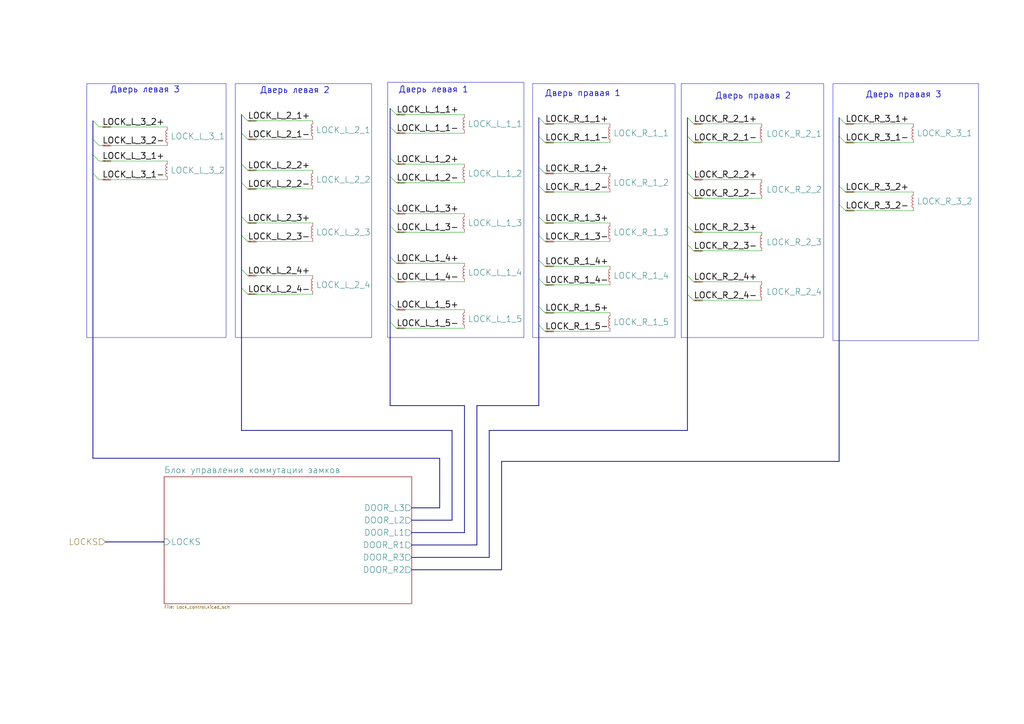
<source format=kicad_sch>
(kicad_sch (version 20231120) (generator "eeschema") (generator_version "8.0")
  (paper "A3")
  (lib_symbols
    (symbol "Device:L" (pin_numbers hide) (pin_names (offset 1.016) hide)
      (property "Reference" "L" (at -1.27 0 90))
      (property "Value" "L" (at 1.905 0 90))
      (symbol "L_0_1"
        (arc (start 0 -2.54) (mid 0.6323 -1.905) (end 0 -1.27))
        (arc (start 0 -1.27) (mid 0.6323 -0.635) (end 0 0))
        (arc (start 0 0) (mid 0.6323 0.635) (end 0 1.27))
        (arc (start 0 1.27) (mid 0.6323 1.905) (end 0 2.54))
      )
      (symbol "L_1_1"
        (pin passive line (at 0 3.81 270) (length 1.27) (name "1") (number "1"))
        (pin passive line (at 0 -3.81 90) (length 1.27) (name "2") (number "2"))
      )
    )
  )
  (bus_entry (at 220.98 88.9) (size 2.54 2.54))
  (bus_entry (at 99.06 96.52) (size 2.54 2.54))
  (bus_entry (at 160.02 132.08) (size 2.54 2.54))
  (bus_entry (at 281.94 120.65) (size 2.54 2.54))
  (bus_entry (at 344.17 83.82) (size 2.54 2.54))
  (bus_entry (at 220.98 114.3) (size 2.54 2.54))
  (bus_entry (at 160.02 72.39) (size 2.54 2.54))
  (bus_entry (at 220.98 133.35) (size 2.54 2.54))
  (bus_entry (at 38.1 49.53) (size 2.54 2.54))
  (bus_entry (at 281.94 71.12) (size 2.54 2.54))
  (bus_entry (at 160.02 113.03) (size 2.54 2.54))
  (bus_entry (at 281.94 100.33) (size 2.54 2.54))
  (bus_entry (at 281.94 113.03) (size 2.54 2.54))
  (bus_entry (at 160.02 64.77) (size 2.54 2.54))
  (bus_entry (at 281.94 92.71) (size 2.54 2.54))
  (bus_entry (at 160.02 52.07) (size 2.54 2.54))
  (bus_entry (at 99.06 110.49) (size 2.54 2.54))
  (bus_entry (at 281.94 55.88) (size 2.54 2.54))
  (bus_entry (at 281.94 48.26) (size 2.54 2.54))
  (bus_entry (at 220.98 106.68) (size 2.54 2.54))
  (bus_entry (at 160.02 105.41) (size 2.54 2.54))
  (bus_entry (at 99.06 67.31) (size 2.54 2.54))
  (bus_entry (at 160.02 44.45) (size 2.54 2.54))
  (bus_entry (at 344.17 48.26) (size 2.54 2.54))
  (bus_entry (at 38.1 71.12) (size 2.54 2.54))
  (bus_entry (at 220.98 68.58) (size 2.54 2.54))
  (bus_entry (at 220.98 125.73) (size 2.54 2.54))
  (bus_entry (at 220.98 55.88) (size 2.54 2.54))
  (bus_entry (at 281.94 78.74) (size 2.54 2.54))
  (bus_entry (at 99.06 54.61) (size 2.54 2.54))
  (bus_entry (at 99.06 118.11) (size 2.54 2.54))
  (bus_entry (at 220.98 76.2) (size 2.54 2.54))
  (bus_entry (at 38.1 57.15) (size 2.54 2.54))
  (bus_entry (at 344.17 55.88) (size 2.54 2.54))
  (bus_entry (at 160.02 85.09) (size 2.54 2.54))
  (bus_entry (at 99.06 74.93) (size 2.54 2.54))
  (bus_entry (at 344.17 76.2) (size 2.54 2.54))
  (bus_entry (at 220.98 96.52) (size 2.54 2.54))
  (bus_entry (at 220.98 48.26) (size 2.54 2.54))
  (bus_entry (at 99.06 88.9) (size 2.54 2.54))
  (bus_entry (at 38.1 63.5) (size 2.54 2.54))
  (bus_entry (at 99.06 46.99) (size 2.54 2.54))
  (bus_entry (at 160.02 124.46) (size 2.54 2.54))
  (bus_entry (at 160.02 92.71) (size 2.54 2.54))
  (wire (pts (xy 101.6 57.15) (xy 128.27 57.15)))
  (bus (pts (xy 344.17 76.2) (xy 344.17 83.82)))
  (wire (pts (xy 40.64 52.07) (xy 68.58 52.07)))
  (bus (pts (xy 190.5 218.44) (xy 190.5 166.37)))
  (bus (pts (xy 38.1 71.12) (xy 38.1 187.96)))
  (bus (pts (xy 220.98 76.2) (xy 220.98 88.9)))
  (bus (pts (xy 220.98 88.9) (xy 220.98 96.52)))
  (wire (pts (xy 162.56 107.95) (xy 190.5 107.95)))
  (wire (pts (xy 40.64 73.66) (xy 68.58 73.66)))
  (bus (pts (xy 200.66 228.6) (xy 200.66 176.53)))
  (bus (pts (xy 281.94 71.12) (xy 281.94 78.74)))
  (wire (pts (xy 284.48 58.42) (xy 312.42 58.42)))
  (bus (pts (xy 185.42 213.36) (xy 185.42 176.53)))
  (bus (pts (xy 99.06 67.31) (xy 99.06 74.93)))
  (wire (pts (xy 40.64 66.04) (xy 68.58 66.04)))
  (bus (pts (xy 99.06 88.9) (xy 99.06 96.52)))
  (wire (pts (xy 162.56 87.63) (xy 190.5 87.63)))
  (wire (pts (xy 162.56 134.62) (xy 190.5 134.62)))
  (wire (pts (xy 346.71 50.8) (xy 374.65 50.8)))
  (bus (pts (xy 160.02 85.09) (xy 160.02 92.71)))
  (wire (pts (xy 162.56 67.31) (xy 190.5 67.31)))
  (wire (pts (xy 162.56 115.57) (xy 190.5 115.57)))
  (wire (pts (xy 284.48 123.19) (xy 312.42 123.19)))
  (bus (pts (xy 220.98 125.73) (xy 220.98 133.35)))
  (wire (pts (xy 223.52 116.84) (xy 250.19 116.84)))
  (bus (pts (xy 195.58 223.52) (xy 195.58 166.37)))
  (wire (pts (xy 284.48 115.57) (xy 312.42 115.57)))
  (wire (pts (xy 101.6 113.03) (xy 128.27 113.03)))
  (bus (pts (xy 99.06 54.61) (xy 99.06 67.31)))
  (wire (pts (xy 162.56 54.61) (xy 190.5 54.61)))
  (bus (pts (xy 99.06 74.93) (xy 99.06 88.9)))
  (bus (pts (xy 160.02 44.45) (xy 160.02 52.07)))
  (bus (pts (xy 220.98 96.52) (xy 220.98 106.68)))
  (bus (pts (xy 344.17 83.82) (xy 344.17 189.23)))
  (bus (pts (xy 220.98 114.3) (xy 220.98 125.73)))
  (bus (pts (xy 160.02 92.71) (xy 160.02 105.41)))
  (wire (pts (xy 40.64 59.69) (xy 68.58 59.69)))
  (wire (pts (xy 162.56 74.93) (xy 190.5 74.93)))
  (wire (pts (xy 223.52 109.22) (xy 250.19 109.22)))
  (wire (pts (xy 162.56 95.25) (xy 190.5 95.25)))
  (bus (pts (xy 160.02 105.41) (xy 160.02 113.03)))
  (wire (pts (xy 223.52 99.06) (xy 250.19 99.06)))
  (bus (pts (xy 180.34 208.28) (xy 168.91 208.28)))
  (bus (pts (xy 160.02 64.77) (xy 160.02 72.39)))
  (bus (pts (xy 168.91 233.68) (xy 205.74 233.68)))
  (wire (pts (xy 101.6 91.44) (xy 128.27 91.44)))
  (wire (pts (xy 101.6 120.65) (xy 128.27 120.65)))
  (bus (pts (xy 344.17 55.88) (xy 344.17 76.2)))
  (bus (pts (xy 38.1 49.53) (xy 38.1 57.15)))
  (bus (pts (xy 190.5 166.37) (xy 160.02 166.37)))
  (bus (pts (xy 200.66 176.53) (xy 281.94 176.53)))
  (wire (pts (xy 223.52 91.44) (xy 250.19 91.44)))
  (bus (pts (xy 281.94 48.26) (xy 281.94 55.88)))
  (wire (pts (xy 223.52 78.74) (xy 250.19 78.74)))
  (bus (pts (xy 38.1 57.15) (xy 38.1 63.5)))
  (wire (pts (xy 101.6 69.85) (xy 128.27 69.85)))
  (wire (pts (xy 284.48 102.87) (xy 312.42 102.87)))
  (bus (pts (xy 43.18 222.25) (xy 67.31 222.25)))
  (wire (pts (xy 346.71 58.42) (xy 374.65 58.42)))
  (wire (pts (xy 162.56 46.99) (xy 190.5 46.99)))
  (wire (pts (xy 101.6 77.47) (xy 128.27 77.47)))
  (bus (pts (xy 281.94 113.03) (xy 281.94 120.65)))
  (bus (pts (xy 180.34 187.96) (xy 180.34 208.28)))
  (bus (pts (xy 99.06 96.52) (xy 99.06 110.49)))
  (wire (pts (xy 284.48 95.25) (xy 312.42 95.25)))
  (wire (pts (xy 101.6 49.53) (xy 128.27 49.53)))
  (bus (pts (xy 185.42 176.53) (xy 99.06 176.53)))
  (wire (pts (xy 162.56 127) (xy 190.5 127)))
  (bus (pts (xy 281.94 55.88) (xy 281.94 71.12)))
  (wire (pts (xy 223.52 58.42) (xy 250.19 58.42)))
  (bus (pts (xy 281.94 176.53) (xy 281.94 120.65)))
  (bus (pts (xy 168.91 218.44) (xy 190.5 218.44)))
  (bus (pts (xy 99.06 46.99) (xy 99.06 54.61)))
  (bus (pts (xy 168.91 228.6) (xy 200.66 228.6)))
  (bus (pts (xy 281.94 100.33) (xy 281.94 113.03)))
  (bus (pts (xy 99.06 110.49) (xy 99.06 118.11)))
  (bus (pts (xy 281.94 92.71) (xy 281.94 100.33)))
  (wire (pts (xy 346.71 86.36) (xy 374.65 86.36)))
  (bus (pts (xy 281.94 78.74) (xy 281.94 92.71)))
  (wire (pts (xy 284.48 81.28) (xy 312.42 81.28)))
  (bus (pts (xy 344.17 48.26) (xy 344.17 55.88)))
  (bus (pts (xy 195.58 166.37) (xy 220.98 166.37)))
  (bus (pts (xy 38.1 187.96) (xy 180.34 187.96)))
  (wire (pts (xy 284.48 73.66) (xy 312.42 73.66)))
  (bus (pts (xy 38.1 63.5) (xy 38.1 71.12)))
  (wire (pts (xy 223.52 50.8) (xy 250.19 50.8)))
  (bus (pts (xy 220.98 48.26) (xy 220.98 55.88)))
  (bus (pts (xy 168.91 213.36) (xy 185.42 213.36)))
  (bus (pts (xy 160.02 52.07) (xy 160.02 64.77)))
  (bus (pts (xy 220.98 68.58) (xy 220.98 76.2)))
  (wire (pts (xy 223.52 128.27) (xy 250.19 128.27)))
  (wire (pts (xy 284.48 50.8) (xy 312.42 50.8)))
  (bus (pts (xy 160.02 72.39) (xy 160.02 85.09)))
  (bus (pts (xy 205.74 189.23) (xy 344.17 189.23)))
  (wire (pts (xy 101.6 99.06) (xy 128.27 99.06)))
  (bus (pts (xy 220.98 106.68) (xy 220.98 114.3)))
  (bus (pts (xy 160.02 113.03) (xy 160.02 124.46)))
  (bus (pts (xy 160.02 166.37) (xy 160.02 132.08)))
  (wire (pts (xy 346.71 78.74) (xy 374.65 78.74)))
  (bus (pts (xy 99.06 118.11) (xy 99.06 176.53)))
  (wire (pts (xy 223.52 71.12) (xy 250.19 71.12)))
  (wire (pts (xy 223.52 135.89) (xy 250.19 135.89)))
  (bus (pts (xy 160.02 124.46) (xy 160.02 132.08)))
  (bus (pts (xy 220.98 166.37) (xy 220.98 133.35)))
  (bus (pts (xy 205.74 189.23) (xy 205.74 233.68)))
  (bus (pts (xy 168.91 223.52) (xy 195.58 223.52)))
  (bus (pts (xy 220.98 55.88) (xy 220.98 68.58)))
  (rectangle (start 159.004 33.782) (end 214.884 138.43))
  (rectangle (start 341.63 34.29) (end 401.32 139.7))
  (rectangle (start 96.52 34.29) (end 152.4 138.43))
  (rectangle (start 218.44 34.29) (end 276.86 138.43))
  (rectangle (start 35.56 34.29) (end 92.71 138.43))
  (rectangle (start 279.4 34.29) (end 337.82 138.43))
  (text "Дверь левая 1" (at 177.8 36.83 0) (effects (font (size 2.5 2.5) (thickness 0.254) (bold yes))))
  (text "Дверь правая 1" (at 239.014 38.354 0) (effects (font (size 2.5 2.5) (thickness 0.254) (bold yes))))
  (text "Дверь правая 3" (at 370.586 38.862 0) (effects (font (size 2.5 2.5) (thickness 0.254) (bold yes))))
  (text "Дверь левая 3" (at 59.436 36.83 0) (effects (font (size 2.5 2.5) (thickness 0.254) (bold yes))))
  (text "Дверь правая 2" (at 308.864 39.37 0) (effects (font (size 2.5 2.5) (thickness 0.254) (bold yes))))
  (text "Дверь левая 2" (at 120.904 37.084 0) (effects (font (size 2.5 2.5) (thickness 0.254) (bold yes))))
  (label "LOCK_R_1_3+" (at 223.52 91.44 0) (effects (font (size 2.5 2.5) (thickness 0.3125))))
  (label "LOCK_L_2_1-" (at 101.6 57.15 0) (effects (font (size 2.5 2.5) (thickness 0.3125))))
  (label "LOCK_L_2_1+" (at 101.6 49.53 0) (effects (font (size 2.5 2.5) (thickness 0.3125))))
  (label "LOCK_R_3_1+" (at 346.71 50.8 0) (effects (font (size 2.5 2.5) (thickness 0.3125))))
  (label "LOCK_L_1_5+" (at 162.56 127 0) (effects (font (size 2.5 2.5) (thickness 0.3125))))
  (label "LOCK_L_1_1+" (at 162.56 46.99 0) (effects (font (size 2.5 2.5) (thickness 0.3125))))
  (label "LOCK_R_1_1+" (at 223.52 50.8 0) (effects (font (size 2.5 2.5) (thickness 0.3125))))
  (label "LOCK_R_1_2+" (at 223.52 71.12 0) (effects (font (size 2.5 2.5) (thickness 0.3125))))
  (label "LOCK_R_1_1-" (at 223.52 58.42 0) (effects (font (size 2.5 2.5) (thickness 0.3125))))
  (label "LOCK_R_3_2-" (at 346.71 86.36 0) (effects (font (size 2.5 2.5) (thickness 0.3125))))
  (label "LOCK_R_1_3-" (at 223.52 99.06 0) (effects (font (size 2.5 2.5) (thickness 0.3125))))
  (label "LOCK_R_1_2-" (at 223.52 78.74 0) (effects (font (size 2.5 2.5) (thickness 0.3125))))
  (label "LOCK_L_2_4-" (at 101.6 120.65 0) (effects (font (size 2.5 2.5) (thickness 0.3125))))
  (label "LOCK_L_1_2+" (at 162.56 67.31 0) (effects (font (size 2.5 2.5) (thickness 0.3125))))
  (label "LOCK_L_1_3-" (at 162.56 95.25 0) (effects (font (size 2.5 2.5) (thickness 0.3125))))
  (label "LOCK_R_3_2+" (at 346.71 78.74 0) (effects (font (size 2.5 2.5) (thickness 0.3125))))
  (label "LOCK_R_2_4-" (at 284.48 123.19 0) (effects (font (size 2.5 2.5) (thickness 0.3125))))
  (label "LOCK_L_3_1-" (at 41.91 73.66 0) (effects (font (size 2.5 2.5) (thickness 0.3125))))
  (label "LOCK_R_2_2+" (at 284.48 73.66 0) (effects (font (size 2.5 2.5) (thickness 0.3125))))
  (label "LOCK_R_1_4+" (at 223.52 109.22 0) (effects (font (size 2.5 2.5) (thickness 0.3125))))
  (label "LOCK_L_1_2-" (at 162.56 74.93 0) (effects (font (size 2.5 2.5) (thickness 0.3125))))
  (label "LOCK_L_3_2+" (at 41.91 52.07 0) (effects (font (size 2.5 2.5) (thickness 0.3125))))
  (label "LOCK_R_1_5+" (at 223.52 128.27 0) (effects (font (size 2.5 2.5) (thickness 0.3125))))
  (label "LOCK_L_2_3+" (at 101.6 91.44 0) (effects (font (size 2.5 2.5) (thickness 0.3125))))
  (label "LOCK_R_1_4-" (at 223.52 116.84 0) (effects (font (size 2.5 2.5) (thickness 0.3125))))
  (label "LOCK_L_3_2-" (at 41.91 59.69 0) (effects (font (size 2.5 2.5) (thickness 0.3125))))
  (label "LOCK_L_2_3-" (at 101.6 99.06 0) (effects (font (size 2.5 2.5) (thickness 0.3125))))
  (label "LOCK_R_2_3+" (at 284.48 95.25 0) (effects (font (size 2.5 2.5) (thickness 0.3125))))
  (label "LOCK_L_1_4+" (at 162.56 107.95 0) (effects (font (size 2.5 2.5) (thickness 0.3125))))
  (label "LOCK_R_1_5-" (at 223.52 135.89 0) (effects (font (size 2.5 2.5) (thickness 0.3125))))
  (label "LOCK_L_1_4-" (at 162.56 115.57 0) (effects (font (size 2.5 2.5) (thickness 0.3125))))
  (label "LOCK_L_2_4+" (at 101.6 113.03 0) (effects (font (size 2.5 2.5) (thickness 0.3125))))
  (label "LOCK_L_2_2-" (at 101.6 77.47 0) (effects (font (size 2.5 2.5) (thickness 0.3125))))
  (label "LOCK_R_2_3-" (at 284.48 102.87 0) (effects (font (size 2.5 2.5) (thickness 0.3125))))
  (label "LOCK_L_1_5-" (at 162.56 134.62 0) (effects (font (size 2.5 2.5) (thickness 0.3125))))
  (label "LOCK_R_2_1+" (at 284.48 50.8 0) (effects (font (size 2.5 2.5) (thickness 0.3125))))
  (label "LOCK_L_1_1-" (at 162.56 54.61 0) (effects (font (size 2.5 2.5) (thickness 0.3125))))
  (label "LOCK_R_2_1-" (at 284.48 58.42 0) (effects (font (size 2.5 2.5) (thickness 0.3125))))
  (label "LOCK_L_1_3+" (at 162.56 87.63 0) (effects (font (size 2.5 2.5) (thickness 0.3125))))
  (label "LOCK_R_3_1-" (at 346.71 58.42 0) (effects (font (size 2.5 2.5) (thickness 0.3125))))
  (label "LOCK_L_2_2+" (at 101.6 69.85 0) (effects (font (size 2.5 2.5) (thickness 0.3125))))
  (label "LOCK_R_2_4+" (at 284.48 115.57 0) (effects (font (size 2.5 2.5) (thickness 0.3125))))
  (label "LOCK_R_2_2-" (at 284.48 81.28 0) (effects (font (size 2.5 2.5) (thickness 0.3125))))
  (label "LOCK_L_3_1+" (at 41.91 66.04 0) (effects (font (size 2.5 2.5) (thickness 0.3125))))
  (global_label "LOCK_L_2_4-" (shape input) (at 101.6 120.65 0) (effects (font (size 0.3 0.3))) (property "Intersheetrefs" "${INTERSHEET_REFS}" (effects (hide yes))))
  (global_label "LOCK_R_1_4+" (shape input) (at 223.52 109.22 0) (effects (font (size 0.3 0.3))) (property "Intersheetrefs" "${INTERSHEET_REFS}" (effects (hide yes))))
  (global_label "LOCK_L_2_4+" (shape input) (at 101.6 113.03 0) (effects (font (size 0.3 0.3))) (property "Intersheetrefs" "${INTERSHEET_REFS}" (effects (hide yes))))
  (global_label "LOCK_L_2_3-" (shape input) (at 101.6 99.06 0) (effects (font (size 0.3 0.3))) (property "Intersheetrefs" "${INTERSHEET_REFS}" (effects (hide yes))))
  (global_label "LOCK_R_1_4-" (shape input) (at 223.52 116.84 0) (effects (font (size 0.3 0.3))) (property "Intersheetrefs" "${INTERSHEET_REFS}" (effects (hide yes))))
  (global_label "LOCK_R_3_1-" (shape input) (at 346.71 58.42 0) (effects (font (size 0.3 0.3))) (property "Intersheetrefs" "${INTERSHEET_REFS}" (effects (hide yes))))
  (global_label "LOCK_L_2_1-" (shape input) (at 101.6 57.15 0) (effects (font (size 0.3 0.3))) (property "Intersheetrefs" "${INTERSHEET_REFS}" (effects (hide yes))))
  (global_label "LOCK_L_1_2+" (shape input) (at 162.56 67.31 0) (effects (font (size 0.3 0.3))) (property "Intersheetrefs" "${INTERSHEET_REFS}" (effects (hide yes))))
  (global_label "LOCK_L_1_2-" (shape input) (at 162.56 74.93 0) (effects (font (size 0.3 0.3))) (property "Intersheetrefs" "${INTERSHEET_REFS}" (effects (hide yes))))
  (global_label "LOCK_L_3_2-" (shape input) (at 41.91 59.69 0) (effects (font (size 0.3 0.3))) (property "Intersheetrefs" "${INTERSHEET_REFS}" (effects (hide yes))))
  (global_label "LOCK_L_2_2-" (shape input) (at 101.6 77.47 0) (effects (font (size 0.3 0.3))) (property "Intersheetrefs" "${INTERSHEET_REFS}" (effects (hide yes))))
  (global_label "LOCK_R_1_2-" (shape input) (at 223.52 78.74 0) (effects (font (size 0.3 0.3))) (property "Intersheetrefs" "${INTERSHEET_REFS}" (effects (hide yes))))
  (global_label "LOCK_L_1_1+" (shape input) (at 162.56 46.99 0) (effects (font (size 0.3 0.3))) (property "Intersheetrefs" "${INTERSHEET_REFS}" (effects (hide yes))))
  (global_label "LOCK_L_2_2+" (shape input) (at 101.6 69.85 0) (effects (font (size 0.3 0.3))) (property "Intersheetrefs" "${INTERSHEET_REFS}" (effects (hide yes))))
  (global_label "LOCK_R_1_2+" (shape input) (at 223.52 71.12 0) (effects (font (size 0.3 0.3))) (property "Intersheetrefs" "${INTERSHEET_REFS}" (effects (hide yes))))
  (global_label "LOCK_R_2_1+" (shape input) (at 284.48 50.8 0) (effects (font (size 0.3 0.3))) (property "Intersheetrefs" "${INTERSHEET_REFS}" (effects (hide yes))))
  (global_label "LOCK_L_1_3-" (shape input) (at 162.56 95.25 0) (effects (font (size 0.3 0.3))) (property "Intersheetrefs" "${INTERSHEET_REFS}" (effects (hide yes))))
  (global_label "LOCK_L_3_2+" (shape input) (at 41.91 52.07 0) (effects (font (size 0.3 0.3))) (property "Intersheetrefs" "${INTERSHEET_REFS}" (effects (hide yes))))
  (global_label "LOCK_R_2_2-" (shape input) (at 284.48 81.28 0) (effects (font (size 0.3 0.3))) (property "Intersheetrefs" "${INTERSHEET_REFS}" (effects (hide yes))))
  (global_label "LOCK_L_2_3+" (shape input) (at 101.6 91.44 0) (effects (font (size 0.3 0.3))) (property "Intersheetrefs" "${INTERSHEET_REFS}" (effects (hide yes))))
  (global_label "LOCK_R_3_1+" (shape input) (at 346.71 50.8 0) (effects (font (size 0.3 0.3))) (property "Intersheetrefs" "${INTERSHEET_REFS}" (effects (hide yes))))
  (global_label "LOCK_R_2_3+" (shape input) (at 284.48 95.25 0) (effects (font (size 0.3 0.3))) (property "Intersheetrefs" "${INTERSHEET_REFS}" (effects (hide yes))))
  (global_label "LOCK_L_1_5+" (shape input) (at 162.56 127 0) (effects (font (size 0.3 0.3))) (property "Intersheetrefs" "${INTERSHEET_REFS}" (effects (hide yes))))
  (global_label "LOCK_R_1_3-" (shape input) (at 223.52 99.06 0) (effects (font (size 0.3 0.3))) (property "Intersheetrefs" "${INTERSHEET_REFS}" (effects (hide yes))))
  (global_label "LOCK_R_2_4+" (shape input) (at 284.48 115.57 0) (effects (font (size 0.3 0.3))) (property "Intersheetrefs" "${INTERSHEET_REFS}" (effects (hide yes))))
  (global_label "LOCK_L_1_4-" (shape input) (at 162.56 115.57 0) (effects (font (size 0.3 0.3))) (property "Intersheetrefs" "${INTERSHEET_REFS}" (effects (hide yes))))
  (global_label "LOCK_L_1_3+" (shape input) (at 162.56 87.63 0) (effects (font (size 0.3 0.3))) (property "Intersheetrefs" "${INTERSHEET_REFS}" (effects (hide yes))))
  (global_label "LOCK_L_1_1-" (shape input) (at 162.56 54.61 0) (effects (font (size 0.3 0.3))) (property "Intersheetrefs" "${INTERSHEET_REFS}" (effects (hide yes))))
  (global_label "LOCK_R_2_3-" (shape input) (at 284.48 102.87 0) (effects (font (size 0.3 0.3))) (property "Intersheetrefs" "${INTERSHEET_REFS}" (effects (hide yes))))
  (global_label "LOCK_L_3_1-" (shape input) (at 41.91 73.66 0) (effects (font (size 0.3 0.3))) (property "Intersheetrefs" "${INTERSHEET_REFS}" (effects (hide yes))))
  (global_label "LOCK_L_2_1+" (shape input) (at 101.6 49.53 0) (effects (font (size 0.3 0.3))) (property "Intersheetrefs" "${INTERSHEET_REFS}" (effects (hide yes))))
  (global_label "LOCK_L_1_5-" (shape input) (at 162.56 134.62 0) (effects (font (size 0.3 0.3))) (property "Intersheetrefs" "${INTERSHEET_REFS}" (effects (hide yes))))
  (global_label "LOCK_L_1_4+" (shape input) (at 162.56 107.95 0) (effects (font (size 0.3 0.3))) (property "Intersheetrefs" "${INTERSHEET_REFS}" (effects (hide yes))))
  (global_label "LOCK_R_2_1-" (shape input) (at 284.48 58.42 0) (effects (font (size 0.3 0.3))) (property "Intersheetrefs" "${INTERSHEET_REFS}" (effects (hide yes))))
  (global_label "LOCK_R_1_5-" (shape input) (at 223.52 135.89 0) (effects (font (size 0.3 0.3))) (property "Intersheetrefs" "${INTERSHEET_REFS}" (effects (hide yes))))
  (global_label "LOCK_R_3_2-" (shape input) (at 346.71 86.36 0) (effects (font (size 0.3 0.3))) (property "Intersheetrefs" "${INTERSHEET_REFS}" (effects (hide yes))))
  (global_label "LOCK_R_1_1-" (shape input) (at 223.52 58.42 0) (effects (font (size 0.3 0.3))) (property "Intersheetrefs" "${INTERSHEET_REFS}" (effects (hide yes))))
  (global_label "LOCK_L_3_1+" (shape input) (at 41.91 66.04 0) (effects (font (size 0.3 0.3))) (property "Intersheetrefs" "${INTERSHEET_REFS}" (effects (hide yes))))
  (global_label "LOCK_R_1_1+" (shape input) (at 223.52 50.8 0) (effects (font (size 0.3 0.3))) (property "Intersheetrefs" "${INTERSHEET_REFS}" (effects (hide yes))))
  (global_label "LOCK_R_2_2+" (shape input) (at 284.48 73.66 0) (effects (font (size 0.3 0.3))) (property "Intersheetrefs" "${INTERSHEET_REFS}" (effects (hide yes))))
  (global_label "LOCK_R_2_4-" (shape input) (at 284.48 123.19 0) (effects (font (size 0.3 0.3))) (property "Intersheetrefs" "${INTERSHEET_REFS}" (effects (hide yes))))
  (global_label "LOCK_R_1_5+" (shape input) (at 223.52 128.27 0) (effects (font (size 0.3 0.3))) (property "Intersheetrefs" "${INTERSHEET_REFS}" (effects (hide yes))))
  (global_label "LOCK_R_1_3+" (shape input) (at 223.52 91.44 0) (effects (font (size 0.3 0.3))) (property "Intersheetrefs" "${INTERSHEET_REFS}" (effects (hide yes))))
  (global_label "LOCK_R_3_2+" (shape input) (at 346.71 78.74 0) (effects (font (size 0.3 0.3))) (property "Intersheetrefs" "${INTERSHEET_REFS}" (effects (hide yes))))
  (hierarchical_label "LOCKS" (shape input) (at 43.18 222.25 180) (effects (font (size 2.5 2.5))))
  (symbol (lib_id "Device:L") (at 68.58 55.88 180) (unit 1)
    (property "Reference" "LOCK_L_3_1" (at 69.85 55.88 0) (effects (font (size 2.5 2.5)) (justify right)))
    (property "Value" "L" (effects (hide yes)))
    (property "Description" "Inductor" (effects (hide yes)))
  )
  (symbol (lib_id "Device:L") (at 190.5 130.81 180) (unit 1)
    (property "Reference" "LOCK_L_1_5" (at 191.77 130.81 0) (effects (font (size 2.5 2.5)) (justify right)))
    (property "Value" "L" (effects (hide yes)))
    (property "Description" "Inductor" (effects (hide yes)))
  )
  (symbol (lib_id "Device:L") (at 312.42 99.06 180) (unit 1)
    (property "Reference" "LOCK_R_2_3" (at 314.198 99.314 0) (effects (font (size 2.5 2.5)) (justify right)))
    (property "Value" "L" (effects (hide yes)))
    (property "Description" "Inductor" (effects (hide yes)))
  )
  (symbol (lib_id "Device:L") (at 190.5 91.44 180) (unit 1)
    (property "Reference" "LOCK_L_1_3" (at 191.77 91.44 0) (effects (font (size 2.5 2.5)) (justify right)))
    (property "Value" "L" (effects (hide yes)))
    (property "Description" "Inductor" (effects (hide yes)))
  )
  (symbol (lib_id "Device:L") (at 128.27 73.66 180) (unit 1)
    (property "Reference" "LOCK_L_2_2" (at 129.54 73.66 0) (effects (font (size 2.5 2.5)) (justify right)))
    (property "Value" "L" (effects (hide yes)))
    (property "Description" "Inductor" (effects (hide yes)))
  )
  (symbol (lib_id "Device:L") (at 312.42 77.47 180) (unit 1)
    (property "Reference" "LOCK_R_2_2" (at 314.198 77.724 0) (effects (font (size 2.5 2.5)) (justify right)))
    (property "Value" "L" (effects (hide yes)))
    (property "Description" "Inductor" (effects (hide yes)))
  )
  (symbol (lib_id "Device:L") (at 250.19 113.03 180) (unit 1)
    (property "Reference" "LOCK_R_1_4" (at 251.46 113.03 0) (effects (font (size 2.5 2.5)) (justify right)))
    (property "Value" "L" (effects (hide yes)))
    (property "Description" "Inductor" (effects (hide yes)))
  )
  (symbol (lib_id "Device:L") (at 250.19 54.61 180) (unit 1)
    (property "Reference" "LOCK_R_1_1" (at 251.46 54.61 0) (effects (font (size 2.5 2.5)) (justify right)))
    (property "Value" "L" (effects (hide yes)))
    (property "Description" "Inductor" (effects (hide yes)))
  )
  (symbol (lib_id "Device:L") (at 250.19 95.25 180) (unit 1)
    (property "Reference" "LOCK_R_1_3" (at 251.46 95.25 0) (effects (font (size 2.5 2.5)) (justify right)))
    (property "Value" "L" (effects (hide yes)))
    (property "Description" "Inductor" (effects (hide yes)))
  )
  (symbol (lib_id "Device:L") (at 374.65 54.61 180) (unit 1)
    (property "Reference" "LOCK_R_3_1" (at 375.92 54.61 0) (effects (font (size 2.5 2.5)) (justify right)))
    (property "Value" "L" (effects (hide yes)))
    (property "Description" "Inductor" (effects (hide yes)))
  )
  (symbol (lib_id "Device:L") (at 190.5 50.8 180) (unit 1)
    (property "Reference" "LOCK_L_1_1" (at 191.77 50.8 0) (effects (font (size 2.5 2.5)) (justify right)))
    (property "Value" "L" (effects (hide yes)))
    (property "Description" "Inductor" (effects (hide yes)))
  )
  (symbol (lib_id "Device:L") (at 128.27 53.34 180) (unit 1)
    (property "Reference" "LOCK_L_2_1" (at 129.54 53.34 0) (effects (font (size 2.5 2.5)) (justify right)))
    (property "Value" "L" (effects (hide yes)))
    (property "Description" "Inductor" (effects (hide yes)))
  )
  (symbol (lib_id "Device:L") (at 374.65 82.55 180) (unit 1)
    (property "Reference" "LOCK_R_3_2" (at 375.92 82.55 0) (effects (font (size 2.5 2.5)) (justify right)))
    (property "Value" "L" (effects (hide yes)))
    (property "Description" "Inductor" (effects (hide yes)))
  )
  (symbol (lib_id "Device:L") (at 190.5 71.12 180) (unit 1)
    (property "Reference" "LOCK_L_1_2" (at 191.77 71.12 0) (effects (font (size 2.5 2.5)) (justify right)))
    (property "Value" "L" (effects (hide yes)))
    (property "Description" "Inductor" (effects (hide yes)))
  )
  (symbol (lib_id "Device:L") (at 128.27 95.25 180) (unit 1)
    (property "Reference" "LOCK_L_2_3" (at 129.54 95.25 0) (effects (font (size 2.5 2.5)) (justify right)))
    (property "Value" "L" (effects (hide yes)))
    (property "Description" "Inductor" (effects (hide yes)))
  )
  (symbol (lib_id "Device:L") (at 312.42 54.61 180) (unit 1)
    (property "Reference" "LOCK_R_2_1" (at 314.198 54.864 0) (effects (font (size 2.5 2.5)) (justify right)))
    (property "Value" "L" (effects (hide yes)))
    (property "Description" "Inductor" (effects (hide yes)))
  )
  (symbol (lib_id "Device:L") (at 250.19 132.08 180) (unit 1)
    (property "Reference" "LOCK_R_1_5" (at 251.46 132.08 0) (effects (font (size 2.5 2.5)) (justify right)))
    (property "Value" "L" (effects (hide yes)))
    (property "Description" "Inductor" (effects (hide yes)))
  )
  (symbol (lib_id "Device:L") (at 190.5 111.76 180) (unit 1)
    (property "Reference" "LOCK_L_1_4" (at 191.77 111.76 0) (effects (font (size 2.5 2.5)) (justify right)))
    (property "Value" "L" (effects (hide yes)))
    (property "Description" "Inductor" (effects (hide yes)))
  )
  (symbol (lib_id "Device:L") (at 128.27 116.84 180) (unit 1)
    (property "Reference" "LOCK_L_2_4" (at 129.54 116.84 0) (effects (font (size 2.5 2.5)) (justify right)))
    (property "Value" "L" (effects (hide yes)))
    (property "Description" "Inductor" (effects (hide yes)))
  )
  (symbol (lib_id "Device:L") (at 68.58 69.85 180) (unit 1)
    (property "Reference" "LOCK_L_3_2" (at 69.85 69.85 0) (effects (font (size 2.5 2.5)) (justify right)))
    (property "Value" "L" (effects (hide yes)))
    (property "Description" "Inductor" (effects (hide yes)))
  )
  (symbol (lib_id "Device:L") (at 312.42 119.38 180) (unit 1)
    (property "Reference" "LOCK_R_2_4" (at 314.198 119.634 0) (effects (font (size 2.5 2.5)) (justify right)))
    (property "Value" "L" (effects (hide yes)))
    (property "Description" "Inductor" (effects (hide yes)))
  )
  (symbol (lib_id "Device:L") (at 250.19 74.93 180) (unit 1)
    (property "Reference" "LOCK_R_1_2" (at 251.46 74.93 0) (effects (font (size 2.5 2.5)) (justify right)))
    (property "Value" "L" (effects (hide yes)))
    (property "Description" "Inductor" (effects (hide yes)))
  )
  (sheet (at 67.31 195.58) (size 101.6 52.07) (stroke (width 0.1524))
    (property "Sheetname" "Блок управления коммутации замков" (at 67.31 194.2534 0) (effects (font (size 2.5 2.5)) (justify left bottom)))
    (property "Sheetfile" "Lock_control.kicad_sch" (at 67.31 248.2346 0) (effects (justify left top)))
    (pin "LOCKS" input (at 67.31 222.25 180) (effects (font (size 2.5 2.5))))
    (pin "DOOR_L1" output (at 168.91 218.44 0) (effects (font (size 2.5 2.5))))
    (pin "DOOR_R2" output (at 168.91 233.68 0) (effects (font (size 2.5 2.5))))
    (pin "DOOR_L2" output (at 168.91 213.36 0) (effects (font (size 2.5 2.5))))
    (pin "DOOR_R1" output (at 168.91 223.52 0) (effects (font (size 2.5 2.5))))
    (pin "DOOR_L3" output (at 168.91 208.28 0) (effects (font (size 2.5 2.5))))
    (pin "DOOR_R3" output (at 168.91 228.6 0) (effects (font (size 2.5 2.5))))
  )
)
</source>
